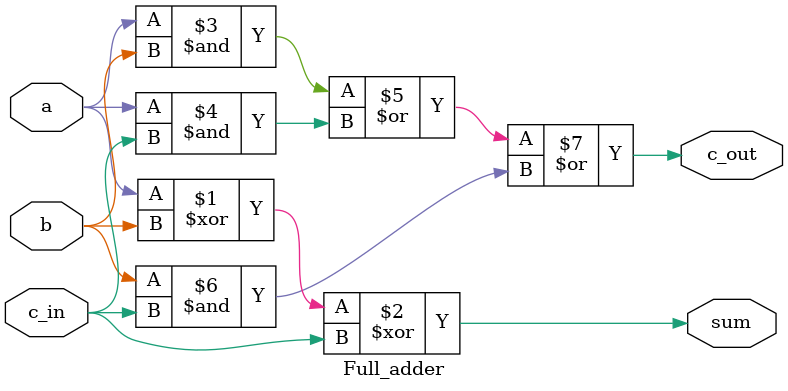
<source format=v>
`timescale 1ns / 1ps
module Full_adder(
    input a,
    input b,
    input c_in,
    output c_out,
    output sum
    );
	assign sum = a^b^c_in;
	assign c_out = (a&b)|(a&c_in)|(b&c_in);

endmodule

</source>
